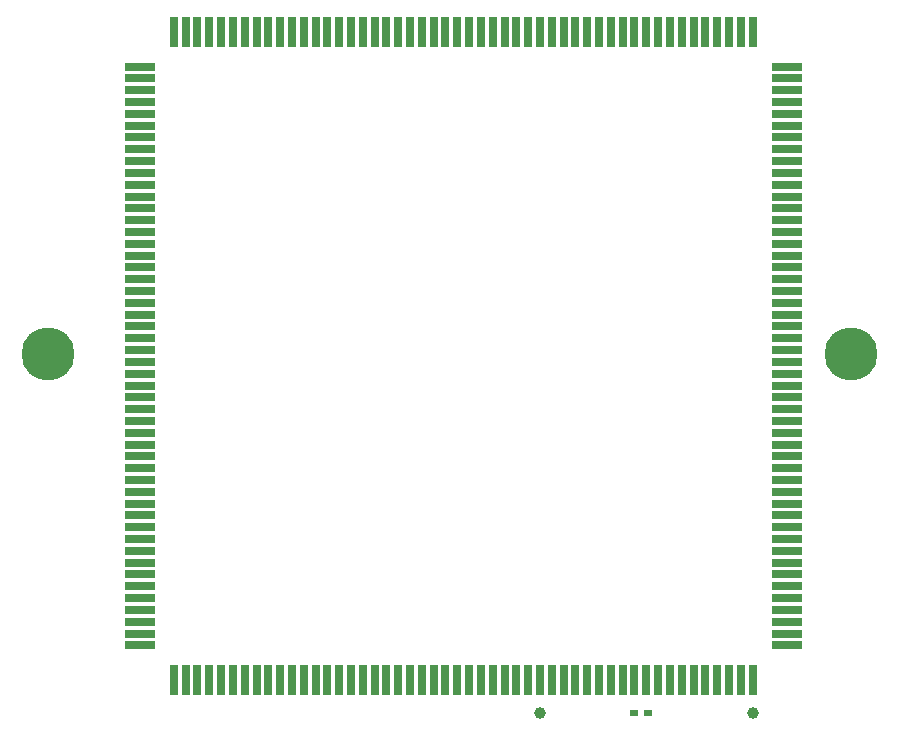
<source format=gbr>
G04 Layer_Color=255*
%FSLAX45Y45*%
%MOMM*%
%TF.FileFunction,Pads,Top*%
%TF.Part,Single*%
G01*
G75*
%TA.AperFunction,SMDPad,CuDef*%
%ADD11R,2.50000X0.70000*%
%ADD12R,0.70000X2.50000*%
%ADD13R,0.80000X0.60000*%
%ADD14C,1.00000*%
%TA.AperFunction,ViaPad*%
%ADD19C,4.50000*%
D11*
X-2259300Y-700100D02*
D03*
Y-600100D02*
D03*
Y-500100D02*
D03*
X-2259300Y-400100D02*
D03*
Y-300100D02*
D03*
X-2259300Y-200100D02*
D03*
Y-100100D02*
D03*
Y-100D02*
D03*
Y99900D02*
D03*
Y199900D02*
D03*
X-2259300Y299900D02*
D03*
X-2259300Y399900D02*
D03*
Y499900D02*
D03*
X-2259300Y599900D02*
D03*
Y699900D02*
D03*
X-2259300Y799900D02*
D03*
Y899900D02*
D03*
X-2259300Y999900D02*
D03*
X-2259300Y1099900D02*
D03*
Y1199900D02*
D03*
Y1299900D02*
D03*
Y1399900D02*
D03*
Y1499900D02*
D03*
X-2259300Y1599900D02*
D03*
Y1699900D02*
D03*
X-2259300Y1799900D02*
D03*
Y1899900D02*
D03*
X-2259300Y1999900D02*
D03*
X-2259300Y2099900D02*
D03*
Y2199900D02*
D03*
Y2299900D02*
D03*
Y2399900D02*
D03*
Y2499900D02*
D03*
Y2599901D02*
D03*
X-2259300Y2699900D02*
D03*
X-2259300Y2799900D02*
D03*
Y2899900D02*
D03*
Y2999900D02*
D03*
Y3099900D02*
D03*
Y3199900D02*
D03*
Y3299900D02*
D03*
X-2259300Y3399900D02*
D03*
X-2259300Y3499900D02*
D03*
Y3599900D02*
D03*
Y3699900D02*
D03*
Y3799900D02*
D03*
Y3899900D02*
D03*
Y3999900D02*
D03*
X-2259300Y4099900D02*
D03*
X3220700Y4199900D02*
D03*
Y4099900D02*
D03*
Y3999900D02*
D03*
Y3899900D02*
D03*
Y3799900D02*
D03*
X3220700Y3699900D02*
D03*
Y3599900D02*
D03*
X3220700Y3499900D02*
D03*
Y3399900D02*
D03*
X3220700Y3299900D02*
D03*
X3220700Y3199900D02*
D03*
Y3099900D02*
D03*
Y2999900D02*
D03*
Y2899900D02*
D03*
Y2799900D02*
D03*
Y2699900D02*
D03*
X3220700Y2599900D02*
D03*
X3220700Y2499900D02*
D03*
Y2399900D02*
D03*
Y2299900D02*
D03*
X3220700Y2199900D02*
D03*
X3220700Y2099900D02*
D03*
Y1999900D02*
D03*
Y1899900D02*
D03*
Y1799900D02*
D03*
Y1699900D02*
D03*
Y1599900D02*
D03*
Y1499900D02*
D03*
Y1399900D02*
D03*
Y1299900D02*
D03*
X3220700Y1199900D02*
D03*
X3220700Y1099900D02*
D03*
Y999900D02*
D03*
X3220700Y899900D02*
D03*
X3220700Y799900D02*
D03*
Y699900D02*
D03*
Y599900D02*
D03*
Y499900D02*
D03*
Y399900D02*
D03*
Y299900D02*
D03*
X3220700Y199900D02*
D03*
X3220700Y99900D02*
D03*
Y-100D02*
D03*
Y-100100D02*
D03*
X3220700Y-200100D02*
D03*
X3220700Y-300100D02*
D03*
Y-400100D02*
D03*
Y-500100D02*
D03*
Y-600100D02*
D03*
Y-700100D02*
D03*
X-2259300Y4199900D02*
D03*
D12*
X2930700Y4489900D02*
D03*
X-1969300Y-990100D02*
D03*
X-1869300Y-990100D02*
D03*
X-1769300D02*
D03*
X-1669300D02*
D03*
X-1569300Y-990100D02*
D03*
X-1469300Y-990100D02*
D03*
X-1369300D02*
D03*
X-1269300D02*
D03*
X-1169300D02*
D03*
X-1069300D02*
D03*
X-969300Y-990100D02*
D03*
X-869300D02*
D03*
X-769300Y-990100D02*
D03*
X-669300D02*
D03*
X-569300Y-990100D02*
D03*
X-469300Y-990100D02*
D03*
X-369300D02*
D03*
X-269300Y-990100D02*
D03*
X-169300Y-990100D02*
D03*
X-69300D02*
D03*
X30700D02*
D03*
X130700Y-990100D02*
D03*
X230700Y-990100D02*
D03*
X330700D02*
D03*
X430700Y-990100D02*
D03*
X530700Y-990100D02*
D03*
X630700D02*
D03*
X730700D02*
D03*
X830700Y-990100D02*
D03*
X930700Y-990100D02*
D03*
X1030700D02*
D03*
X1130700D02*
D03*
X1230700D02*
D03*
X1330700D02*
D03*
X1430700Y-990100D02*
D03*
X1530700Y-990100D02*
D03*
X1630700D02*
D03*
X1730700D02*
D03*
X1830700Y-990100D02*
D03*
X1930700Y-990100D02*
D03*
X2030700D02*
D03*
X2130700D02*
D03*
X2230700D02*
D03*
X2330700D02*
D03*
X2430700D02*
D03*
X2530700D02*
D03*
X2630700D02*
D03*
X2730700Y-990100D02*
D03*
X2830700D02*
D03*
X2930700D02*
D03*
X2830700Y4489900D02*
D03*
X2730700D02*
D03*
X2630700Y4489900D02*
D03*
X2530700Y4489900D02*
D03*
X2430700D02*
D03*
X2330700Y4489900D02*
D03*
X2230700Y4489900D02*
D03*
X2130700D02*
D03*
X2030700D02*
D03*
X1930700D02*
D03*
X1830700D02*
D03*
X1730700D02*
D03*
X1630700D02*
D03*
X1530700D02*
D03*
X1430700D02*
D03*
X1330700D02*
D03*
X1230700D02*
D03*
X1130700D02*
D03*
X1030700D02*
D03*
X930700Y4489900D02*
D03*
X830701Y4489900D02*
D03*
X730700D02*
D03*
X630700D02*
D03*
X530700D02*
D03*
X430700D02*
D03*
X330700D02*
D03*
X230700Y4489900D02*
D03*
X130700Y4489900D02*
D03*
X30700D02*
D03*
X-69300Y4489900D02*
D03*
X-169300D02*
D03*
X-269300Y4489900D02*
D03*
X-369300D02*
D03*
X-469300D02*
D03*
X-569300D02*
D03*
X-669300D02*
D03*
X-769300D02*
D03*
X-869300D02*
D03*
X-969300D02*
D03*
X-1069300D02*
D03*
X-1169300Y4489900D02*
D03*
X-1269300Y4489900D02*
D03*
X-1369300D02*
D03*
X-1469300D02*
D03*
X-1569300D02*
D03*
X-1669300D02*
D03*
X-1769300D02*
D03*
X-1869300D02*
D03*
X-1969300D02*
D03*
D13*
X2049300Y-1269100D02*
D03*
X1929300Y-1269100D02*
D03*
D14*
X2930700Y-1269100D02*
D03*
X1130700D02*
D03*
D19*
X3760000Y1765000D02*
D03*
X-3035000D02*
D03*
%TF.MD5,F86FD0C774BDBAD29158B1C6D839E34D*%
M02*

</source>
